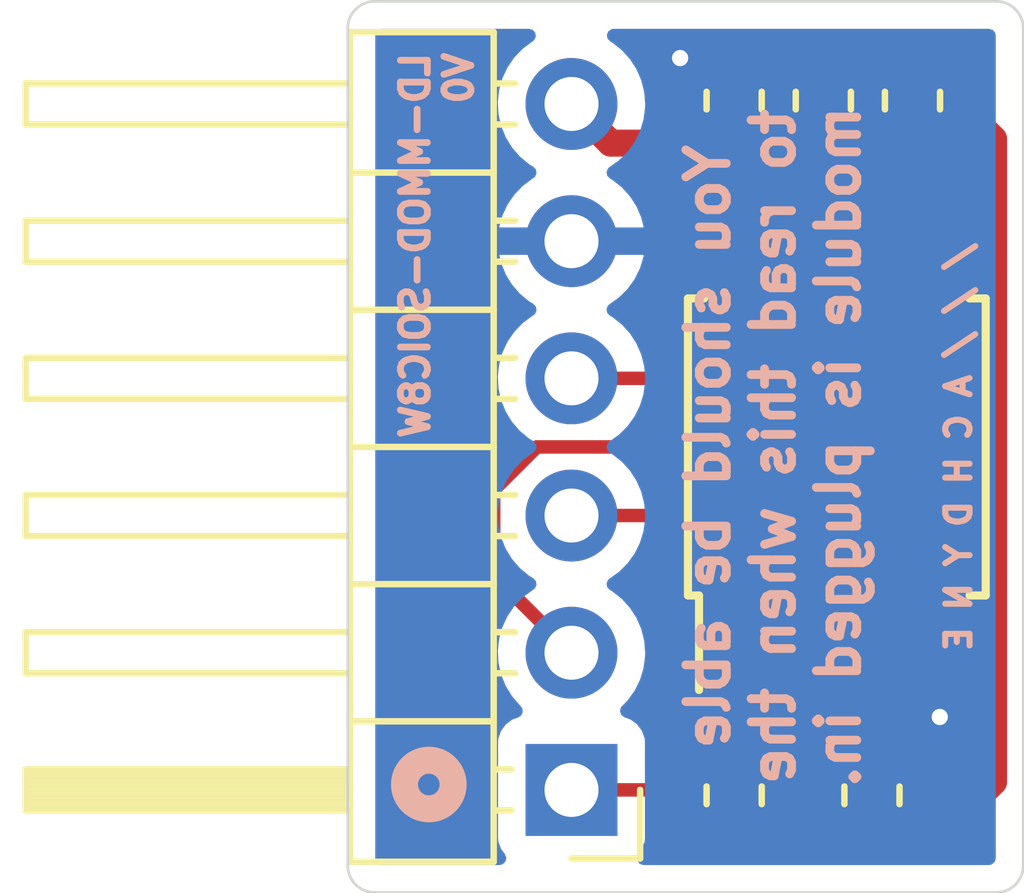
<source format=kicad_pcb>
(kicad_pcb (version 20211014) (generator pcbnew)
  (layers (0 "F.Cu" signal) (31 "B.Cu" signal) (34 "B.Paste" user) (35 "F.Paste" user) (36 "B.SilkS" user "B.Silkscreen") (37 "F.SilkS" user "F.Silkscreen") (38 "B.Mask" user) (39 "F.Mask" user) (44 "Edge.Cuts" user))
  (net 0 "")
  (net 1 "GND")
  (net 2 "/PWR3V3")
  (net 3 "/SPI_SCK")
  (net 4 "/SPI_MISO")
  (net 5 "/SPI_MOSI")
  (net 6 "/SPI_SS")
  (net 7 "/SPI_WP")
  (net 8 "/SPI_HOLD")
  (footprint "Capacitor_SMD:C_0603_1608Metric" (layer "F.Cu") (at 107.15 101.8375 90)
    (fp_text reference "C1" hide)
    (fp_text value "100nF" hide)
    (fp_line (start -0.162779 -0.51) (end 0.162779 -0.51) (layer "F.SilkS") (width 0.12))
    (fp_line (start -0.162779 0.51) (end 0.162779 0.51) (layer "F.SilkS") (width 0.12))
    (pad "1" smd roundrect locked (at -0.7875 0 90) (size 0.875 0.95) (layers "F.Cu" "F.Paste" "F.Mask") (net 2 "/PWR3V3"))
    (pad "2" smd roundrect locked (at 0.7875 0 90) (size 0.875 0.95) (layers "F.Cu" "F.Paste" "F.Mask") (net 1 "GND"))
  )
  (footprint "Resistor_SMD:R_0603_1608Metric" (layer "F.Cu") (at 107.15 114.7 90)
    (fp_text reference "R3" hide)
    (fp_text value "10K" hide)
    (fp_line (start -0.162779 0.51) (end 0.162779 0.51) (layer "F.SilkS") (width 0.12))
    (fp_line (start -0.162779 -0.51) (end 0.162779 -0.51) (layer "F.SilkS") (width 0.12))
    (pad "1" smd roundrect locked (at -0.7875 0 90) (size 0.875 0.95) (layers "F.Cu" "F.Paste" "F.Mask") (net 2 "/PWR3V3"))
    (pad "2" smd roundrect locked (at 0.7875 0 90) (size 0.875 0.95) (layers "F.Cu" "F.Paste" "F.Mask") (net 6 "/SPI_SS"))
  )
  (footprint "Connector_PinHeader_2.54mm:PinHeader_1x06_P2.54mm_Horizontal" (layer "F.Cu") (at 104.14 114.6 180)
    (fp_text reference "PMOD1" hide)
    (fp_text value "PMOD-Device-x1-Type-2-SPI" hide)
    (fp_line (start 1.44 14.03) (end 4.1 14.03) (layer "F.SilkS") (width 0.12))
    (fp_line (start 4.1 -0.08) (end 10.1 -0.08) (layer "F.SilkS") (width 0.12))
    (fp_line (start 4.1 -1.33) (end 1.44 -1.33) (layer "F.SilkS") (width 0.12))
    (fp_line (start 1.44 1.27) (end 4.1 1.27) (layer "F.SilkS") (width 0.12))
    (fp_line (start 4.1 -0.2) (end 10.1 -0.2) (layer "F.SilkS") (width 0.12))
    (fp_line (start 4.1 -0.38) (end 10.1 -0.38) (layer "F.SilkS") (width 0.12))
    (fp_line (start 1.042929 8) (end 1.44 8) (layer "F.SilkS") (width 0.12))
    (fp_line (start 4.1 7.24) (end 10.1 7.24) (layer "F.SilkS") (width 0.12))
    (fp_line (start 10.1 8) (end 4.1 8) (layer "F.SilkS") (width 0.12))
    (fp_line (start 4.1 9.78) (end 10.1 9.78) (layer "F.SilkS") (width 0.12))
    (fp_line (start 1.44 -1.33) (end 1.44 14.03) (layer "F.SilkS") (width 0.12))
    (fp_line (start 1.042929 10.54) (end 1.44 10.54) (layer "F.SilkS") (width 0.12))
    (fp_line (start 1.042929 12.32) (end 1.44 12.32) (layer "F.SilkS") (width 0.12))
    (fp_line (start 1.11 0.38) (end 1.44 0.38) (layer "F.SilkS") (width 0.12))
    (fp_line (start 4.1 12.32) (end 10.1 12.32) (layer "F.SilkS") (width 0.12))
    (fp_line (start 1.44 6.35) (end 4.1 6.35) (layer "F.SilkS") (width 0.12))
    (fp_line (start 1.042929 4.7) (end 1.44 4.7) (layer "F.SilkS") (width 0.12))
    (fp_line (start -1.27 -1.27) (end 0 -1.27) (layer "F.SilkS") (width 0.12))
    (fp_line (start 1.042929 2.92) (end 1.44 2.92) (layer "F.SilkS") (width 0.12))
    (fp_line (start 10.1 10.54) (end 4.1 10.54) (layer "F.SilkS") (width 0.12))
    (fp_line (start 10.1 2.92) (end 4.1 2.92) (layer "F.SilkS") (width 0.12))
    (fp_line (start 1.042929 2.16) (end 1.44 2.16) (layer "F.SilkS") (width 0.12))
    (fp_line (start 4.1 0.04) (end 10.1 0.04) (layer "F.SilkS") (width 0.12))
    (fp_line (start 4.1 2.16) (end 10.1 2.16) (layer "F.SilkS") (width 0.12))
    (fp_line (start 10.1 9.78) (end 10.1 10.54) (layer "F.SilkS") (width 0.12))
    (fp_line (start 10.1 13.08) (end 4.1 13.08) (layer "F.SilkS") (width 0.12))
    (fp_line (start 4.1 0.16) (end 10.1 0.16) (layer "F.SilkS") (width 0.12))
    (fp_line (start 10.1 7.24) (end 10.1 8) (layer "F.SilkS") (width 0.12))
    (fp_line (start 10.1 -0.38) (end 10.1 0.38) (layer "F.SilkS") (width 0.12))
    (fp_line (start 10.1 5.46) (end 4.1 5.46) (layer "F.SilkS") (width 0.12))
    (fp_line (start 10.1 4.7) (end 10.1 5.46) (layer "F.SilkS") (width 0.12))
    (fp_line (start 1.042929 5.46) (end 1.44 5.46) (layer "F.SilkS") (width 0.12))
    (fp_line (start 10.1 2.16) (end 10.1 2.92) (layer "F.SilkS") (width 0.12))
    (fp_line (start 1.042929 13.08) (end 1.44 13.08) (layer "F.SilkS") (width 0.12))
    (fp_line (start 4.1 4.7) (end 10.1 4.7) (layer "F.SilkS") (width 0.12))
    (fp_line (start 10.1 0.38) (end 4.1 0.38) (layer "F.SilkS") (width 0.12))
    (fp_line (start 1.44 8.89) (end 4.1 8.89) (layer "F.SilkS") (width 0.12))
    (fp_line (start 4.1 -0.32) (end 10.1 -0.32) (layer "F.SilkS") (width 0.12))
    (fp_line (start 1.042929 7.24) (end 1.44 7.24) (layer "F.SilkS") (width 0.12))
    (fp_line (start 10.1 12.32) (end 10.1 13.08) (layer "F.SilkS") (width 0.12))
    (fp_line (start 1.042929 9.78) (end 1.44 9.78) (layer "F.SilkS") (width 0.12))
    (fp_line (start 1.44 11.43) (end 4.1 11.43) (layer "F.SilkS") (width 0.12))
    (fp_line (start 1.44 3.81) (end 4.1 3.81) (layer "F.SilkS") (width 0.12))
    (fp_line (start -1.27 0) (end -1.27 -1.27) (layer "F.SilkS") (width 0.12))
    (fp_line (start 1.11 -0.38) (end 1.44 -0.38) (layer "F.SilkS") (width 0.12))
    (fp_line (start 4.1 0.28) (end 10.1 0.28) (layer "F.SilkS") (width 0.12))
    (fp_line (start 4.1 14.03) (end 4.1 -1.33) (layer "F.SilkS") (width 0.12))
    (pad "1" thru_hole rect locked (at 0 0 180) (size 1.7 1.7) (drill 1) (layers *.Cu *.Mask) (net 6 "/SPI_SS"))
    (pad "2" thru_hole oval locked (at 0 2.54 180) (size 1.7 1.7) (drill 1) (layers *.Cu *.Mask) (net 5 "/SPI_MOSI"))
    (pad "3" thru_hole oval locked (at 0 5.08 180) (size 1.7 1.7) (drill 1) (layers *.Cu *.Mask) (net 4 "/SPI_MISO"))
    (pad "4" thru_hole oval locked (at 0 7.62 180) (size 1.7 1.7) (drill 1) (layers *.Cu *.Mask) (net 3 "/SPI_SCK"))
    (pad "5" thru_hole oval locked (at 0 10.16 180) (size 1.7 1.7) (drill 1) (layers *.Cu *.Mask) (net 1 "GND"))
    (pad "6" thru_hole oval locked (at 0 12.7 180) (size 1.7 1.7) (drill 1) (layers *.Cu *.Mask) (net 2 "/PWR3V3"))
  )
  (footprint "Resistor_SMD:R_0603_1608Metric" (layer "F.Cu") (at 110.45 101.8375 -90)
    (fp_text reference "R2" hide)
    (fp_text value "10K" hide)
    (fp_line (start -0.162779 -0.51) (end 0.162779 -0.51) (layer "F.SilkS") (width 0.12))
    (fp_line (start -0.162779 0.51) (end 0.162779 0.51) (layer "F.SilkS") (width 0.12))
    (pad "1" smd roundrect locked (at -0.7875 0 270) (size 0.875 0.95) (layers "F.Cu" "F.Paste" "F.Mask") (net 2 "/PWR3V3"))
    (pad "2" smd roundrect locked (at 0.7875 0 270) (size 0.875 0.95) (layers "F.Cu" "F.Paste" "F.Mask") (net 8 "/SPI_HOLD"))
  )
  (footprint "Package_SO:SOIC-8W_5.3x5.3mm_P1.27mm" (layer "F.Cu") (at 109.05 108.25 90)
    (fp_text reference "U1" hide)
    (fp_text value "AT25SF081-SSHD-X" hide)
    (fp_line (start 2.75 -2.755) (end 2.75 -2.455) (layer "F.SilkS") (width 0.15))
    (fp_line (start -2.75 -2.755) (end -2.75 -2.55) (layer "F.SilkS") (width 0.15))
    (fp_line (start -2.75 -2.55) (end -4.5 -2.55) (layer "F.SilkS") (width 0.15))
    (fp_line (start 2.75 2.755) (end 2.75 2.455) (layer "F.SilkS") (width 0.15))
    (fp_line (start -2.75 2.755) (end 2.75 2.755) (layer "F.SilkS") (width 0.15))
    (fp_line (start -2.75 -2.755) (end 2.75 -2.755) (layer "F.SilkS") (width 0.15))
    (fp_line (start -2.75 2.755) (end -2.75 2.455) (layer "F.SilkS") (width 0.15))
    (pad "1" smd rect (at -3.65 -1.905 90) (size 1.7 0.65) (layers "F.Cu" "F.Paste" "F.Mask") (net 6 "/SPI_SS"))
    (pad "2" smd rect (at -3.65 -0.635 90) (size 1.7 0.65) (layers "F.Cu" "F.Paste" "F.Mask") (net 4 "/SPI_MISO"))
    (pad "3" smd rect (at -3.65 0.635 90) (size 1.7 0.65) (layers "F.Cu" "F.Paste" "F.Mask") (net 7 "/SPI_WP"))
    (pad "4" smd rect (at -3.65 1.905 90) (size 1.7 0.65) (layers "F.Cu" "F.Paste" "F.Mask") (net 1 "GND"))
    (pad "5" smd rect (at 3.65 1.905 90) (size 1.7 0.65) (layers "F.Cu" "F.Paste" "F.Mask") (net 5 "/SPI_MOSI"))
    (pad "6" smd rect (at 3.65 0.635 90) (size 1.7 0.65) (layers "F.Cu" "F.Paste" "F.Mask") (net 3 "/SPI_SCK"))
    (pad "7" smd rect (at 3.65 -0.635 90) (size 1.7 0.65) (layers "F.Cu" "F.Paste" "F.Mask") (net 8 "/SPI_HOLD"))
    (pad "8" smd rect (at 3.65 -1.905 90) (size 1.7 0.65) (layers "F.Cu" "F.Paste" "F.Mask") (net 2 "/PWR3V3"))
  )
  (footprint "Resistor_SMD:R_0603_1608Metric" (layer "F.Cu") (at 109.7 114.7 90)
    (fp_text reference "R1" hide)
    (fp_text value "10K" hide)
    (fp_line (start -0.162779 -0.51) (end 0.162779 -0.51) (layer "F.SilkS") (width 0.12))
    (fp_line (start -0.162779 0.51) (end 0.162779 0.51) (layer "F.SilkS") (width 0.12))
    (pad "1" smd roundrect locked (at -0.7875 0 90) (size 0.875 0.95) (layers "F.Cu" "F.Paste" "F.Mask") (net 2 "/PWR3V3"))
    (pad "2" smd roundrect locked (at 0.7875 0 90) (size 0.875 0.95) (layers "F.Cu" "F.Paste" "F.Mask") (net 7 "/SPI_WP"))
  )
  (footprint "Capacitor_SMD:C_0603_1608Metric" (layer "F.Cu") (at 108.8 101.8375 90)
    (fp_text reference "C2" hide)
    (fp_text value "1uF" hide)
    (fp_line (start -0.162779 -0.51) (end 0.162779 -0.51) (layer "F.SilkS") (width 0.12))
    (fp_line (start -0.162779 0.51) (end 0.162779 0.51) (layer "F.SilkS") (width 0.12))
    (pad "1" smd roundrect locked (at -0.7875 0 90) (size 0.875 0.95) (layers "F.Cu" "F.Paste" "F.Mask") (net 2 "/PWR3V3"))
    (pad "2" smd roundrect locked (at 0.7875 0 90) (size 0.875 0.95) (layers "F.Cu" "F.Paste" "F.Mask") (net 1 "GND"))
  )
  (gr_circle (center 101.5 114.5) (end 101.7 114.5) (layer "B.SilkS") (width 0.5) (fill none))
  (gr_line (start 100.5 100) (end 112 100) (layer "Edge.Cuts") (width 0.05))
  (gr_line (start 112.5 100.5) (end 112.5 116) (layer "Edge.Cuts") (width 0.05))
  (gr_line (start 100.5 116.5) (end 112 116.5) (layer "Edge.Cuts") (width 0.05))
  (gr_line (start 100 100.5) (end 100 116) (layer "Edge.Cuts") (width 0.05))
  (gr_arc (start 112 100) (mid 112.353553 100.146447) (end 112.5 100.5) (layer "Edge.Cuts") (width 0.05))
  (gr_arc (start 100.5 116.500099) (mid 100.146377 116.353623) (end 99.999901 116) (layer "Edge.Cuts") (width 0.05))
  (gr_arc (start 112.5 116) (mid 112.353553 116.353553) (end 112 116.5) (layer "Edge.Cuts") (width 0.05))
  (gr_arc (start 100 100.5) (mid 100.146447 100.146447) (end 100.5 100) (layer "Edge.Cuts") (width 0.05))
  (gr_text "LD-MMOD-SOIC8W\nV0" (at 101.651 100.889 90) (layer "B.SilkS") (effects (font (size 0.5 0.5) (thickness 0.125)) (justify left mirror)))
  (gr_text "You should be able\nto read this when the\nmodule is plugged in." (at 107.874 108.250001 90) (layer "B.SilkS") (effects (font (size 0.75 0.75) (thickness 0.1625)) (justify mirror)))
  (gr_text "/ / / A C H D Y N E" (at 111.303 108.250001 90) (layer "B.SilkS") (effects (font (size 0.45 0.45) (thickness 0.1125)) (justify mirror)))
  (segment (start 108.8 101.05) (end 107.15 101.05) (width 0.5) (layer "F.Cu") (net 1))
  (segment (start 106.15 101.05) (end 107.15 101.05) (width 0.5) (layer "F.Cu") (net 1))
  (segment (start 110.955 113.25) (end 110.955 111.9) (width 0.5) (layer "F.Cu") (net 1))
  (via (at 110.955 113.25) (size 0.6) (drill 0.3) (layers "F.Cu" "B.Cu") (net 1))
  (via (at 106.15 101.05) (size 0.6) (drill 0.3) (layers "F.Cu" "B.Cu") (net 1))
  (segment (start 107.15 102.625) (end 104.865 102.625) (width 0.5) (layer "F.Cu") (net 2))
  (segment (start 108.875 102.625) (end 110.45 101.05) (width 0.5) (layer "F.Cu") (net 2))
  (segment (start 108.8 102.625) (end 108.875 102.625) (width 0.5) (layer "F.Cu") (net 2))
  (segment (start 107.15 102.625) (end 107.15 104.595) (width 0.5) (layer "F.Cu") (net 2))
  (segment (start 111.95 114.45) (end 110.9125 115.4875) (width 0.5) (layer "F.Cu") (net 2))
  (segment (start 107.15 102.625) (end 108.8 102.625) (width 0.5) (layer "F.Cu") (net 2))
  (segment (start 110.9125 115.4875) (end 109.7 115.4875) (width 0.5) (layer "F.Cu") (net 2))
  (segment (start 110.45 101.05) (end 111.95 102.55) (width 0.5) (layer "F.Cu") (net 2))
  (segment (start 111.95 102.55) (end 111.95 114.45) (width 0.5) (layer "F.Cu") (net 2))
  (segment (start 107.15 104.595) (end 107.145 104.6) (width 0.5) (layer "F.Cu") (net 2))
  (segment (start 109.7 115.4875) (end 107.15 115.4875) (width 0.5) (layer "F.Cu") (net 2))
  (segment (start 104.865 102.625) (end 104.14 101.9) (width 0.5) (layer "F.Cu") (net 2))
  (segment (start 109.685 106.215) (end 109.685 104.6) (width 0.25) (layer "F.Cu") (net 3))
  (segment (start 108.92 106.98) (end 109.685 106.215) (width 0.25) (layer "F.Cu") (net 3))
  (segment (start 104.14 106.98) (end 108.92 106.98) (width 0.25) (layer "F.Cu") (net 3))
  (segment (start 108.415 110.865) (end 108.415 111.9) (width 0.25) (layer "F.Cu") (net 4))
  (segment (start 107.07 109.52) (end 108.415 110.865) (width 0.25) (layer "F.Cu") (net 4))
  (segment (start 104.14 109.52) (end 107.07 109.52) (width 0.25) (layer "F.Cu") (net 4))
  (segment (start 102.7 109.05) (end 103.5 108.25) (width 0.25) (layer "F.Cu") (net 5))
  (segment (start 110.955 106.295) (end 110.955 104.6) (width 0.25) (layer "F.Cu") (net 5))
  (segment (start 103.5 108.25) (end 109 108.25) (width 0.25) (layer "F.Cu") (net 5))
  (segment (start 109 108.25) (end 110.955 106.295) (width 0.25) (layer "F.Cu") (net 5))
  (segment (start 102.7 110.62) (end 102.7 109.05) (width 0.25) (layer "F.Cu") (net 5))
  (segment (start 104.14 112.06) (end 102.7 110.62) (width 0.25) (layer "F.Cu") (net 5))
  (segment (start 107.145 113.9075) (end 107.15 113.9125) (width 0.25) (layer "F.Cu") (net 6))
  (segment (start 107.145 111.9) (end 107.145 113.9075) (width 0.25) (layer "F.Cu") (net 6))
  (segment (start 104.14 114.6) (end 106.4625 114.6) (width 0.25) (layer "F.Cu") (net 6))
  (segment (start 106.4625 114.6) (end 107.15 113.9125) (width 0.25) (layer "F.Cu") (net 6))
  (segment (start 109.685 113.8975) (end 109.7 113.9125) (width 0.25) (layer "F.Cu") (net 7))
  (segment (start 109.685 111.9) (end 109.685 113.8975) (width 0.25) (layer "F.Cu") (net 7))
  (segment (start 108.415 104.075) (end 109.1025 103.3875) (width 0.25) (layer "F.Cu") (net 8))
  (segment (start 108.415 104.6) (end 108.415 104.075) (width 0.25) (layer "F.Cu") (net 8))
  (segment (start 109.6875 103.3875) (end 110.45 102.625) (width 0.25) (layer "F.Cu") (net 8))
  (segment (start 109.1025 103.3875) (end 109.6875 103.3875) (width 0.25) (layer "F.Cu") (net 8))
  (zone (net 1) (net_name "GND") (layer "B.Cu") (connect_pads (clearance 0.508)) (min_thickness 0.254) (fill yes (thermal_gap 0.508) (thermal_bridge_width 0.508))
    (polygon (pts (xy 112.5 116.5) (xy 100 116.5) (xy 100 100) (xy 112.5 100)))
  )
)
</source>
